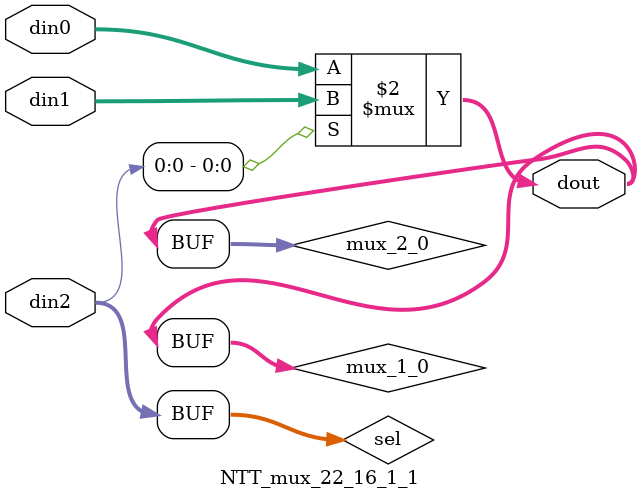
<source format=v>

`timescale 1ns/1ps

module NTT_mux_22_16_1_1 #(
parameter
    ID                = 0,
    NUM_STAGE         = 1,
    din0_WIDTH       = 32,
    din1_WIDTH       = 32,
    din2_WIDTH         = 32,
    dout_WIDTH            = 32
)(
    input  [15 : 0]     din0,
    input  [15 : 0]     din1,
    input  [1 : 0]    din2,
    output [15 : 0]   dout);

// puts internal signals
wire [1 : 0]     sel;
// level 1 signals
wire [15 : 0]         mux_1_0;
// level 2 signals
wire [15 : 0]         mux_2_0;

assign sel = din2;

// Generate level 1 logic
assign mux_1_0 = (sel[0] == 0)? din0 : din1;

// Generate level 2 logic
assign mux_2_0 = mux_1_0;

// output logic
assign dout = mux_2_0;

endmodule

</source>
